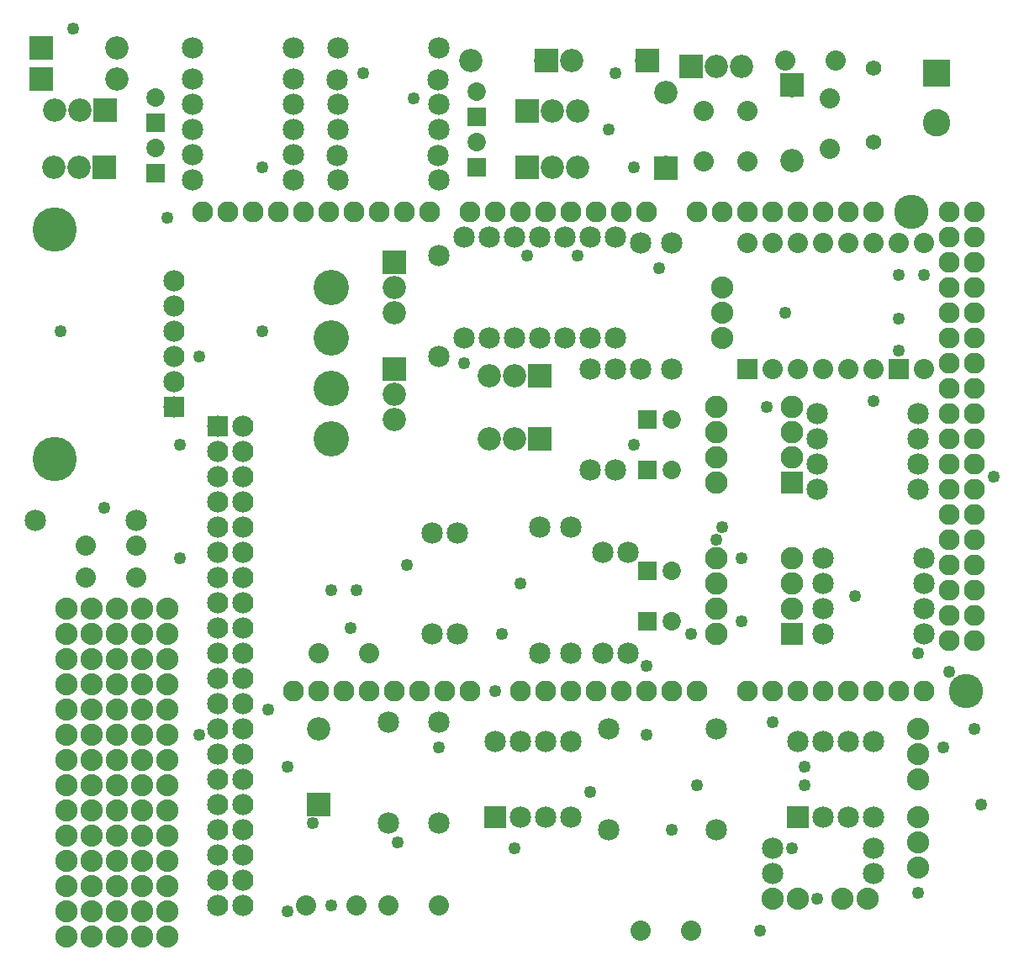
<source format=gbs>
G04 MADE WITH FRITZING*
G04 WWW.FRITZING.ORG*
G04 DOUBLE SIDED*
G04 HOLES PLATED*
G04 CONTOUR ON CENTER OF CONTOUR VECTOR*
%ASAXBY*%
%FSLAX23Y23*%
%MOIN*%
%OFA0B0*%
%SFA1.0B1.0*%
%ADD10C,0.049370*%
%ADD11C,0.084000*%
%ADD12C,0.175354*%
%ADD13C,0.080000*%
%ADD14C,0.088000*%
%ADD15C,0.085000*%
%ADD16C,0.140000*%
%ADD17C,0.082917*%
%ADD18C,0.135984*%
%ADD19C,0.092000*%
%ADD20C,0.061496*%
%ADD21C,0.089370*%
%ADD22C,0.072992*%
%ADD23C,0.109055*%
%ADD24R,0.084000X0.084000*%
%ADD25R,0.080000X0.080000*%
%ADD26R,0.085000X0.085000*%
%ADD27R,0.092000X0.092000*%
%ADD28R,0.089370X0.089370*%
%ADD29R,0.072992X0.072992*%
%ADD30R,0.109055X0.109055*%
%LNMASK0*%
G90*
G70*
G54D10*
X3566Y1378D03*
X2991Y1103D03*
X2441Y3303D03*
X2341Y3453D03*
X1966Y603D03*
X2491Y1328D03*
X716Y1053D03*
X2441Y2203D03*
X3041Y2728D03*
X1366Y3678D03*
X216Y3853D03*
X3116Y928D03*
X1666Y1003D03*
X2491Y1053D03*
X2591Y678D03*
X2266Y828D03*
X2691Y853D03*
X1166Y703D03*
X2366Y3678D03*
X1066Y928D03*
X1766Y2528D03*
X991Y1153D03*
X1916Y1453D03*
X3666Y1003D03*
X3691Y1303D03*
X2666Y1453D03*
X591Y3103D03*
G54D11*
X616Y2353D03*
X616Y2453D03*
X616Y2553D03*
X616Y2653D03*
X616Y2753D03*
X616Y2853D03*
G54D12*
X144Y2148D03*
X144Y3058D03*
G54D11*
X616Y2353D03*
X616Y2453D03*
X616Y2553D03*
X616Y2653D03*
X616Y2753D03*
X616Y2853D03*
G54D12*
X144Y2148D03*
X144Y3058D03*
G54D10*
X3491Y2878D03*
X3491Y2703D03*
X3491Y2578D03*
X3066Y603D03*
X3116Y853D03*
X3591Y2878D03*
X2216Y2953D03*
X2016Y2953D03*
X966Y2653D03*
X716Y2553D03*
X341Y1953D03*
X641Y2203D03*
X641Y1753D03*
X2866Y1753D03*
X2966Y2353D03*
X3391Y2378D03*
X1502Y628D03*
G54D13*
X3591Y3003D03*
X3591Y2503D03*
X3491Y3003D03*
X3491Y2503D03*
X3391Y3003D03*
X3391Y2503D03*
X3291Y3003D03*
X3291Y2503D03*
X3191Y3003D03*
X3191Y2503D03*
X3091Y3003D03*
X3091Y2503D03*
X2991Y3003D03*
X2991Y2503D03*
X2891Y3003D03*
X2891Y2503D03*
G54D10*
X3866Y2078D03*
X1566Y3578D03*
X3166Y403D03*
X3791Y1078D03*
X3816Y778D03*
X966Y3303D03*
X1891Y1228D03*
G54D14*
X191Y1553D03*
X291Y1553D03*
X391Y1553D03*
X491Y1553D03*
X591Y1553D03*
X191Y253D03*
X291Y253D03*
X391Y253D03*
X491Y253D03*
X591Y253D03*
X191Y853D03*
X191Y1153D03*
X191Y353D03*
X291Y353D03*
X391Y353D03*
X491Y353D03*
X591Y353D03*
X191Y1353D03*
X191Y1253D03*
X191Y1053D03*
X191Y753D03*
X191Y453D03*
X191Y953D03*
X191Y1453D03*
X191Y653D03*
X191Y553D03*
X291Y853D03*
X291Y1153D03*
X291Y1353D03*
X291Y1253D03*
X291Y1053D03*
X291Y753D03*
X291Y453D03*
X291Y953D03*
X291Y1453D03*
X291Y653D03*
X291Y553D03*
X391Y853D03*
X391Y1153D03*
X391Y1353D03*
X391Y1253D03*
X391Y1053D03*
X391Y753D03*
X391Y453D03*
X391Y953D03*
X391Y1453D03*
X391Y653D03*
X391Y553D03*
X491Y853D03*
X491Y1153D03*
X491Y1353D03*
X491Y1253D03*
X491Y1053D03*
X491Y753D03*
X491Y453D03*
X491Y953D03*
X491Y1453D03*
X491Y653D03*
X491Y553D03*
X591Y453D03*
X591Y553D03*
X591Y653D03*
X591Y753D03*
X591Y853D03*
X591Y953D03*
X591Y1053D03*
X591Y1153D03*
X591Y1253D03*
X591Y1353D03*
X591Y1453D03*
G54D15*
X1891Y728D03*
X1891Y1028D03*
X1991Y728D03*
X1991Y1028D03*
X2091Y728D03*
X2091Y1028D03*
X2191Y728D03*
X2191Y1028D03*
G54D16*
X1241Y2628D03*
X1241Y2828D03*
X1241Y2428D03*
X1241Y2228D03*
G54D10*
X1316Y1478D03*
X3316Y1603D03*
X2866Y1503D03*
X1991Y1653D03*
X1541Y1728D03*
X1241Y378D03*
X1066Y353D03*
X166Y2653D03*
X3566Y428D03*
X2541Y2903D03*
X2941Y278D03*
X2791Y1878D03*
X2766Y1828D03*
X1241Y1628D03*
X1341Y1628D03*
G54D15*
X3091Y728D03*
X3091Y1028D03*
X3191Y728D03*
X3191Y1028D03*
X3291Y728D03*
X3291Y1028D03*
X3391Y728D03*
X3391Y1028D03*
G54D11*
X891Y2278D03*
X891Y2178D03*
X891Y2078D03*
X891Y1978D03*
X891Y1878D03*
X891Y1778D03*
X891Y1678D03*
X891Y1578D03*
X891Y1478D03*
X891Y1378D03*
X891Y1278D03*
X891Y1178D03*
X891Y1078D03*
X891Y978D03*
X891Y878D03*
X891Y778D03*
X891Y678D03*
X891Y578D03*
X891Y478D03*
X891Y378D03*
X791Y2278D03*
X791Y2178D03*
X791Y2078D03*
X791Y1978D03*
X791Y1878D03*
X791Y1778D03*
X791Y1678D03*
X791Y1578D03*
X791Y1478D03*
X791Y1378D03*
X791Y1278D03*
X791Y1178D03*
X791Y1078D03*
X791Y978D03*
X791Y878D03*
X791Y778D03*
X791Y678D03*
X791Y578D03*
X791Y478D03*
X791Y378D03*
G54D17*
X2991Y1228D03*
X1391Y1228D03*
X3091Y1228D03*
X3191Y1228D03*
X3291Y1228D03*
X3391Y1228D03*
X3691Y2628D03*
X3491Y1228D03*
X3591Y1228D03*
X1431Y3128D03*
X1991Y1228D03*
X2091Y1228D03*
X2191Y1228D03*
X2291Y1228D03*
X3691Y1828D03*
X2391Y1228D03*
X2491Y1228D03*
X2591Y1228D03*
X2691Y1228D03*
X2191Y3128D03*
X3691Y3028D03*
X3691Y2228D03*
X3691Y1428D03*
X1031Y3128D03*
X1791Y1228D03*
X1791Y3128D03*
X3691Y2828D03*
X3691Y2428D03*
X3691Y2028D03*
X3391Y3128D03*
X3691Y1628D03*
X3291Y3128D03*
X3191Y3128D03*
X3091Y3128D03*
X2991Y3128D03*
X2891Y3128D03*
X2791Y3128D03*
X2691Y3128D03*
X831Y3128D03*
X1231Y3128D03*
X1631Y3128D03*
X1191Y1228D03*
X1591Y1228D03*
X2391Y3128D03*
X1991Y3128D03*
X3691Y3128D03*
X3691Y2928D03*
X3691Y2728D03*
X3691Y2528D03*
X3691Y2328D03*
X3691Y2128D03*
X3691Y1928D03*
X3691Y1728D03*
X3691Y1528D03*
X731Y3128D03*
X931Y3128D03*
X1131Y3128D03*
X1331Y3128D03*
X1531Y3128D03*
X1091Y1228D03*
X1291Y1228D03*
X1491Y1228D03*
X1691Y1228D03*
X2491Y3128D03*
X2291Y3128D03*
X2091Y3128D03*
X1891Y3128D03*
X3791Y3128D03*
X3791Y3028D03*
X3791Y2928D03*
X3791Y2828D03*
X3791Y2728D03*
X3791Y2628D03*
X3791Y2528D03*
X3791Y2428D03*
X3791Y2328D03*
X3791Y2228D03*
X3791Y2128D03*
X3791Y2028D03*
X3791Y1928D03*
X3791Y1828D03*
X3791Y1728D03*
X3791Y1628D03*
X3791Y1528D03*
X3791Y1428D03*
X2891Y1228D03*
G54D18*
X3757Y1228D03*
X3541Y3128D03*
G54D19*
X1491Y2503D03*
X1491Y2403D03*
X1491Y2303D03*
X2066Y2478D03*
X1966Y2478D03*
X1866Y2478D03*
X1491Y2928D03*
X1491Y2828D03*
X1491Y2728D03*
X2066Y2228D03*
X1966Y2228D03*
X1866Y2228D03*
G54D13*
X1191Y1378D03*
X1391Y1378D03*
G54D19*
X2566Y3303D03*
X2566Y3601D03*
G54D15*
X466Y1903D03*
X66Y1903D03*
G54D14*
X3566Y528D03*
X3566Y628D03*
X3566Y728D03*
X3566Y1078D03*
X3566Y978D03*
X3566Y878D03*
X2791Y2828D03*
X2791Y2728D03*
X2791Y2628D03*
G54D15*
X2991Y603D03*
X3391Y603D03*
X2991Y503D03*
X3391Y503D03*
G54D14*
X2991Y403D03*
X3091Y403D03*
X3266Y403D03*
X3366Y403D03*
G54D15*
X3591Y1453D03*
X3191Y1453D03*
X2366Y3028D03*
X2366Y2628D03*
X2266Y3028D03*
X2266Y2628D03*
X3566Y2028D03*
X3166Y2028D03*
X3591Y1753D03*
X3191Y1753D03*
X2166Y3028D03*
X2166Y2628D03*
X1666Y2953D03*
X1666Y2553D03*
X3566Y2328D03*
X3166Y2328D03*
G54D19*
X2666Y3703D03*
X2766Y3703D03*
X2866Y3703D03*
G54D13*
X3041Y3728D03*
X3241Y3728D03*
X2891Y3528D03*
X2891Y3328D03*
X3216Y3378D03*
X3216Y3578D03*
X2716Y3528D03*
X2716Y3328D03*
G54D19*
X3066Y3628D03*
X3066Y3330D03*
G54D20*
X3391Y3403D03*
X3391Y3698D03*
G54D21*
X3066Y1453D03*
X2766Y1453D03*
X3066Y1553D03*
X2766Y1553D03*
X3066Y1653D03*
X2766Y1653D03*
X3066Y1753D03*
X2766Y1753D03*
X3066Y2053D03*
X2766Y2053D03*
X3066Y2153D03*
X2766Y2153D03*
X3066Y2253D03*
X2766Y2253D03*
X3066Y2353D03*
X2766Y2353D03*
G54D15*
X3591Y1553D03*
X3191Y1553D03*
X1866Y3028D03*
X1866Y2628D03*
X1966Y3028D03*
X1966Y2628D03*
X3566Y2128D03*
X3166Y2128D03*
X3591Y1653D03*
X3191Y1653D03*
X2066Y3028D03*
X2066Y2628D03*
X1766Y3028D03*
X1766Y2628D03*
X3566Y2228D03*
X3166Y2228D03*
X2066Y1378D03*
X2066Y1878D03*
X2591Y2503D03*
X2591Y3003D03*
X2191Y1878D03*
X2191Y1378D03*
X2466Y3003D03*
X2466Y2503D03*
X2416Y1778D03*
X2416Y1378D03*
X2266Y2103D03*
X2266Y2503D03*
X2316Y1778D03*
X2316Y1378D03*
X2366Y2103D03*
X2366Y2503D03*
G54D22*
X2493Y1703D03*
X2591Y1703D03*
X2493Y2303D03*
X2591Y2303D03*
X2493Y1503D03*
X2591Y1503D03*
X2493Y2103D03*
X2591Y2103D03*
G54D15*
X1741Y1853D03*
X1741Y1453D03*
G54D13*
X1666Y378D03*
X1466Y378D03*
X1341Y378D03*
X1141Y378D03*
G54D15*
X1666Y703D03*
X1666Y1103D03*
X1466Y703D03*
X1466Y1103D03*
G54D19*
X1191Y778D03*
X1191Y1076D03*
G54D13*
X266Y1678D03*
X466Y1678D03*
X266Y1803D03*
X466Y1803D03*
X2666Y278D03*
X2466Y278D03*
G54D15*
X2766Y678D03*
X2766Y1078D03*
X2341Y678D03*
X2341Y1078D03*
X1641Y1853D03*
X1641Y1453D03*
X1091Y3253D03*
X691Y3253D03*
X1266Y3253D03*
X1666Y3253D03*
X1091Y3553D03*
X691Y3553D03*
X1266Y3553D03*
X1666Y3553D03*
G54D22*
X542Y3281D03*
X542Y3379D03*
X1816Y3305D03*
X1816Y3403D03*
X542Y3481D03*
X542Y3579D03*
X1816Y3505D03*
X1816Y3603D03*
G54D19*
X91Y3653D03*
X389Y3653D03*
X2091Y3728D03*
X1793Y3728D03*
X91Y3778D03*
X389Y3778D03*
X2491Y3728D03*
X2193Y3728D03*
X341Y3303D03*
X241Y3303D03*
X141Y3303D03*
X2016Y3303D03*
X2116Y3303D03*
X2216Y3303D03*
X342Y3529D03*
X242Y3529D03*
X142Y3529D03*
X2016Y3528D03*
X2116Y3528D03*
X2216Y3528D03*
G54D15*
X1091Y3353D03*
X691Y3353D03*
X1265Y3352D03*
X1665Y3352D03*
X1091Y3653D03*
X691Y3653D03*
X1265Y3652D03*
X1665Y3652D03*
X1091Y3453D03*
X691Y3453D03*
X1266Y3453D03*
X1666Y3453D03*
X1091Y3778D03*
X691Y3778D03*
X1266Y3778D03*
X1666Y3778D03*
G54D23*
X3641Y3678D03*
X3641Y3481D03*
G54D24*
X616Y2353D03*
X616Y2353D03*
G54D25*
X2891Y2503D03*
X3491Y2503D03*
G54D26*
X1891Y728D03*
X3091Y728D03*
G54D24*
X791Y2278D03*
G54D27*
X1491Y2503D03*
X2066Y2478D03*
X1491Y2928D03*
X2066Y2228D03*
X2566Y3302D03*
X2666Y3703D03*
X3066Y3629D03*
G54D28*
X3066Y1453D03*
X3066Y2053D03*
G54D29*
X2493Y1703D03*
X2493Y2303D03*
X2493Y1503D03*
X2493Y2103D03*
G54D27*
X1191Y777D03*
G54D29*
X542Y3281D03*
X1816Y3305D03*
X542Y3481D03*
X1816Y3505D03*
G54D27*
X90Y3653D03*
X2092Y3728D03*
X90Y3778D03*
X2492Y3728D03*
X341Y3303D03*
X2016Y3303D03*
X342Y3529D03*
X2016Y3528D03*
G54D30*
X3641Y3678D03*
G04 End of Mask0*
M02*
</source>
